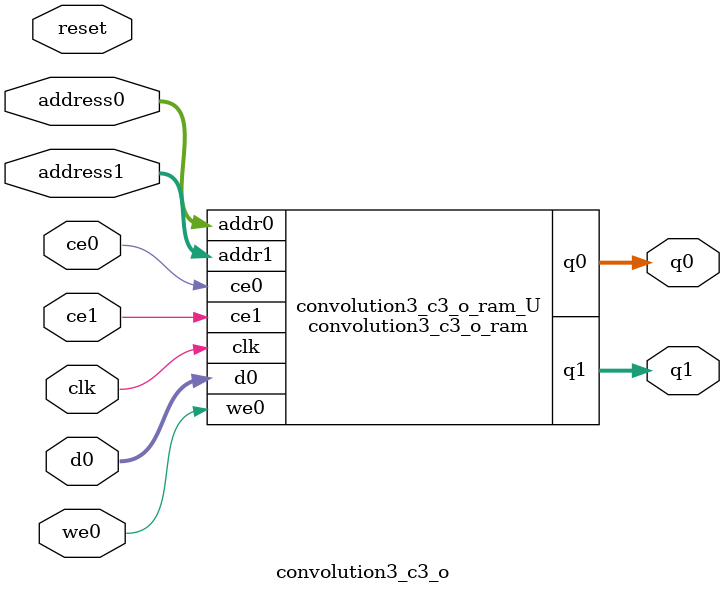
<source format=v>

`timescale 1 ns / 1 ps
module convolution3_c3_o_ram (addr0, ce0, d0, we0, q0, addr1, ce1, q1,  clk);

parameter DWIDTH = 32;
parameter AWIDTH = 11;
parameter MEM_SIZE = 1600;

input[AWIDTH-1:0] addr0;
input ce0;
input[DWIDTH-1:0] d0;
input we0;
output reg[DWIDTH-1:0] q0;
input[AWIDTH-1:0] addr1;
input ce1;
output reg[DWIDTH-1:0] q1;
input clk;

(* ram_style = "block" *)reg [DWIDTH-1:0] ram[0:MEM_SIZE-1];




always @(posedge clk)  
begin 
    if (ce0) 
    begin
        if (we0) 
        begin 
            ram[addr0] <= d0; 
            q0 <= d0;
        end 
        else 
            q0 <= ram[addr0];
    end
end


always @(posedge clk)  
begin 
    if (ce1) 
    begin
            q1 <= ram[addr1];
    end
end


endmodule


`timescale 1 ns / 1 ps
module convolution3_c3_o(
    reset,
    clk,
    address0,
    ce0,
    we0,
    d0,
    q0,
    address1,
    ce1,
    q1);

parameter DataWidth = 32'd32;
parameter AddressRange = 32'd1600;
parameter AddressWidth = 32'd11;
input reset;
input clk;
input[AddressWidth - 1:0] address0;
input ce0;
input we0;
input[DataWidth - 1:0] d0;
output[DataWidth - 1:0] q0;
input[AddressWidth - 1:0] address1;
input ce1;
output[DataWidth - 1:0] q1;



convolution3_c3_o_ram convolution3_c3_o_ram_U(
    .clk( clk ),
    .addr0( address0 ),
    .ce0( ce0 ),
    .d0( d0 ),
    .we0( we0 ),
    .q0( q0 ),
    .addr1( address1 ),
    .ce1( ce1 ),
    .q1( q1 ));

endmodule


</source>
